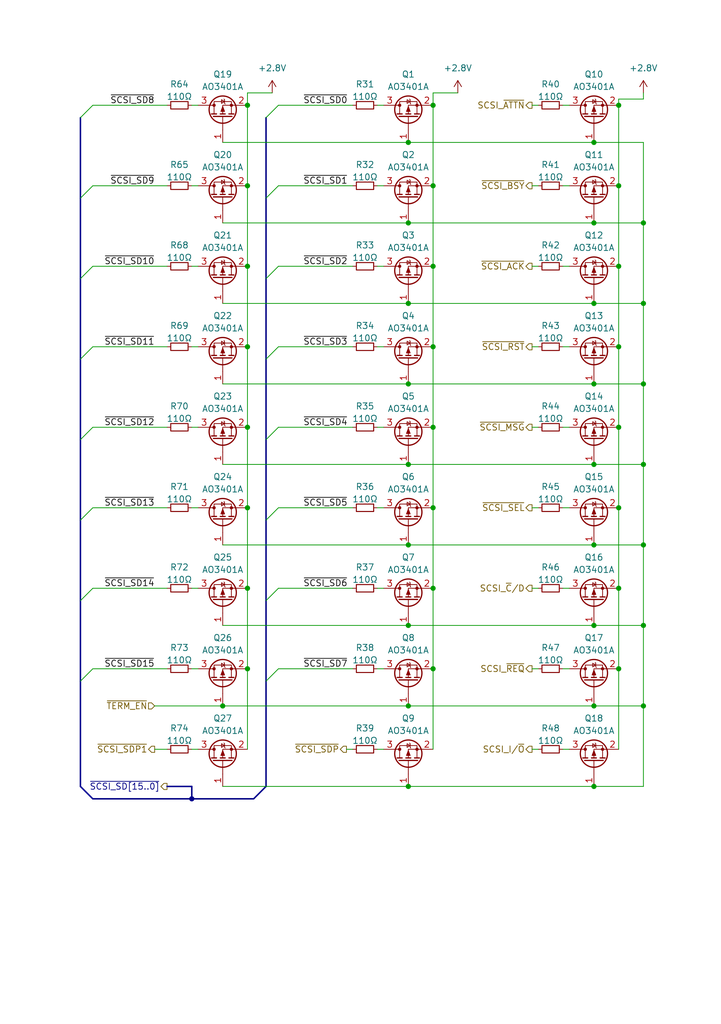
<source format=kicad_sch>
(kicad_sch (version 20250114) (generator "eeschema") (generator_version "9.0")
  (paper "A5" portrait)
  (title_block (title "GBSCSI2 Common Platform - Termination, Narrow") (date "2026-02-01") (rev "2.0") (comment 1 "Drawn by George R. M."))
  (lib_symbols
    (symbol "Device:R_Small" (pin_numbers (hide yes)) (pin_names (offset 0.254) (hide yes))
      (property "Reference" "R" (at 0 0 90))
      (property "Value" "R_Small" (at 1.778 0 90))
      (symbol "R_Small_0_1"
        (rectangle (start -0.762 1.778) (end 0.762 -1.778) (stroke (width 0.2032)))
      )
      (symbol "R_Small_1_1"
        (pin passive line (at 0 2.54 270) (length 0.762) (name "~") (number "1"))
        (pin passive line (at 0 -2.54 90) (length 0.762) (name "~") (number "2"))
      )
    )
    (symbol "Transistor_FET:AO3401A" (pin_names (hide yes))
      (property "Reference" "Q" (at 5.08 1.905 0))
      (property "Value" "AO3401A" (at 5.08 0 0))
      (symbol "AO3401A_0_1"
        (polyline (pts (xy 0.254 1.905) (xy 0.254 -1.905)) (stroke (width 0.254)))
        (polyline (pts (xy 0.254 0) (xy -2.54 0)))
        (polyline (pts (xy 0.762 2.286) (xy 0.762 1.27)) (stroke (width 0.254)))
        (polyline (pts (xy 0.762 1.778) (xy 3.302 1.778) (xy 3.302 -1.778) (xy 0.762 -1.778)))
        (polyline (pts (xy 0.762 0.508) (xy 0.762 -0.508)) (stroke (width 0.254)))
        (polyline (pts (xy 0.762 -1.27) (xy 0.762 -2.286)) (stroke (width 0.254)))
        (circle (center 1.651 0) (radius 2.794) (stroke (width 0.254)))
        (polyline (pts (xy 2.286 0) (xy 1.27 0.381) (xy 1.27 -0.381) (xy 2.286 0)) (fill (type outline)))
        (polyline (pts (xy 2.54 2.54) (xy 2.54 1.778)))
        (circle (center 2.54 1.778) (radius 0.254) (fill (type outline)))
        (circle (center 2.54 -1.778) (radius 0.254) (fill (type outline)))
        (polyline (pts (xy 2.54 -2.54) (xy 2.54 0) (xy 0.762 0)))
        (polyline (pts (xy 2.794 -0.508) (xy 2.921 -0.381) (xy 3.683 -0.381) (xy 3.81 -0.254)))
        (polyline (pts (xy 3.302 -0.381) (xy 2.921 0.254) (xy 3.683 0.254) (xy 3.302 -0.381)))
      )
      (symbol "AO3401A_1_1"
        (pin input line (at -5.08 0 0) (length 2.54) (name "G") (number "1"))
        (pin passive line (at 2.54 5.08 270) (length 2.54) (name "D") (number "3"))
        (pin passive line (at 2.54 -5.08 90) (length 2.54) (name "S") (number "2"))
      )
    )
    (symbol "power:+2V8" (power) (pin_names (offset 0))
      (property "Value" "+2V8" (at 0 3.556 0))
      (symbol "+2V8_0_1"
        (polyline (pts (xy -0.762 1.27) (xy 0 2.54)))
        (polyline (pts (xy 0 2.54) (xy 0.762 1.27)))
        (polyline (pts (xy 0 0) (xy 0 2.54)))
      )
      (symbol "+2V8_1_1"
        (pin power_in line (at 0 0 90) (length 0) (hide yes) (name "+2V8") (number "1"))
      )
    )
  )
  (junction (at 121.92 161.29))
  (junction (at 88.9 104.14))
  (junction (at 50.8 54.61))
  (junction (at 50.8 21.59))
  (junction (at 121.92 62.23))
  (junction (at 39.37 163.83))
  (junction (at 88.9 71.12))
  (junction (at 83.82 45.72))
  (junction (at 132.08 78.74))
  (junction (at 88.9 21.59))
  (junction (at 121.92 144.78))
  (junction (at 121.92 111.76))
  (junction (at 50.8 137.16))
  (junction (at 83.82 95.25))
  (junction (at 83.82 144.78))
  (junction (at 127 21.59))
  (junction (at 50.8 38.1))
  (junction (at 132.08 95.25))
  (junction (at 127 71.12))
  (junction (at 127 38.1))
  (junction (at 50.8 120.65))
  (junction (at 127 87.63))
  (junction (at 132.08 144.78))
  (junction (at 121.92 95.25))
  (junction (at 88.9 120.65))
  (junction (at 45.72 144.78))
  (junction (at 121.92 128.27))
  (junction (at 88.9 38.1))
  (junction (at 50.8 87.63))
  (junction (at 121.92 29.21))
  (junction (at 127 137.16))
  (junction (at 127 104.14))
  (junction (at 88.9 54.61))
  (junction (at 83.82 29.21))
  (junction (at 132.08 62.23))
  (junction (at 127 54.61))
  (junction (at 50.8 71.12))
  (junction (at 83.82 128.27))
  (junction (at 132.08 45.72))
  (junction (at 132.08 128.27))
  (junction (at 83.82 62.23))
  (junction (at 88.9 137.16))
  (junction (at 83.82 78.74))
  (junction (at 121.92 45.72))
  (junction (at 127 120.65))
  (junction (at 88.9 87.63))
  (junction (at 50.8 104.14))
  (junction (at 121.92 78.74))
  (junction (at 83.82 161.29))
  (junction (at 83.82 111.76))
  (junction (at 132.08 111.76))
  (bus_entry (at 19.05 120.65) (size -2.54 2.54))
  (bus_entry (at 19.05 38.1) (size -2.54 2.54))
  (bus_entry (at 19.05 87.63) (size -2.54 2.54))
  (bus_entry (at 57.15 104.14) (size -2.54 2.54))
  (bus_entry (at 57.15 21.59) (size -2.54 2.54))
  (bus_entry (at 19.05 104.14) (size -2.54 2.54))
  (bus_entry (at 57.15 137.16) (size -2.54 2.54))
  (bus_entry (at 19.05 71.12) (size -2.54 2.54))
  (bus_entry (at 19.05 137.16) (size -2.54 2.54))
  (bus_entry (at 57.15 38.1) (size -2.54 2.54))
  (bus_entry (at 19.05 21.59) (size -2.54 2.54))
  (bus_entry (at 57.15 87.63) (size -2.54 2.54))
  (bus_entry (at 57.15 54.61) (size -2.54 2.54))
  (bus_entry (at 57.15 71.12) (size -2.54 2.54))
  (bus_entry (at 57.15 120.65) (size -2.54 2.54))
  (bus_entry (at 19.05 54.61) (size -2.54 2.54))
  (wire (pts (xy 39.37 87.63) (xy 40.64 87.63)))
  (wire (pts (xy 132.08 29.21) (xy 132.08 45.72)))
  (wire (pts (xy 77.47 137.16) (xy 78.74 137.16)))
  (wire (pts (xy 83.82 144.78) (xy 45.72 144.78)))
  (wire (pts (xy 121.92 111.76) (xy 132.08 111.76)))
  (bus (pts (xy 39.37 161.29) (xy 39.37 163.83)))
  (wire (pts (xy 115.57 120.65) (xy 116.84 120.65)))
  (wire (pts (xy 115.57 87.63) (xy 116.84 87.63)))
  (wire (pts (xy 115.57 137.16) (xy 116.84 137.16)))
  (wire (pts (xy 19.05 104.14) (xy 34.29 104.14)))
  (wire (pts (xy 39.37 120.65) (xy 40.64 120.65)))
  (wire (pts (xy 121.92 29.21) (xy 132.08 29.21)))
  (bus (pts (xy 16.51 161.29) (xy 19.05 163.83)))
  (wire (pts (xy 39.37 153.67) (xy 40.64 153.67)))
  (wire (pts (xy 88.9 104.14) (xy 88.9 120.65)))
  (wire (pts (xy 110.49 21.59) (xy 109.22 21.59)))
  (wire (pts (xy 39.37 21.59) (xy 40.64 21.59)))
  (wire (pts (xy 72.39 38.1) (xy 57.15 38.1)))
  (wire (pts (xy 72.39 153.67) (xy 71.12 153.67)))
  (wire (pts (xy 55.88 19.05) (xy 50.8 19.05)))
  (wire (pts (xy 115.57 104.14) (xy 116.84 104.14)))
  (wire (pts (xy 72.39 71.12) (xy 57.15 71.12)))
  (wire (pts (xy 72.39 54.61) (xy 57.15 54.61)))
  (bus (pts (xy 16.51 139.7) (xy 16.51 161.29)))
  (wire (pts (xy 77.47 153.67) (xy 78.74 153.67)))
  (wire (pts (xy 77.47 38.1) (xy 78.74 38.1)))
  (wire (pts (xy 50.8 87.63) (xy 50.8 104.14)))
  (wire (pts (xy 110.49 120.65) (xy 109.22 120.65)))
  (wire (pts (xy 110.49 38.1) (xy 109.22 38.1)))
  (wire (pts (xy 45.72 161.29) (xy 83.82 161.29)))
  (wire (pts (xy 88.9 38.1) (xy 88.9 54.61)))
  (bus (pts (xy 16.51 73.66) (xy 16.51 90.17)))
  (wire (pts (xy 19.05 87.63) (xy 34.29 87.63)))
  (wire (pts (xy 72.39 87.63) (xy 57.15 87.63)))
  (wire (pts (xy 72.39 104.14) (xy 57.15 104.14)))
  (wire (pts (xy 88.9 54.61) (xy 88.9 71.12)))
  (bus (pts (xy 16.51 123.19) (xy 16.51 139.7)))
  (wire (pts (xy 115.57 21.59) (xy 116.84 21.59)))
  (wire (pts (xy 83.82 161.29) (xy 121.92 161.29)))
  (wire (pts (xy 115.57 71.12) (xy 116.84 71.12)))
  (wire (pts (xy 45.72 95.25) (xy 83.82 95.25)))
  (wire (pts (xy 39.37 71.12) (xy 40.64 71.12)))
  (wire (pts (xy 45.72 78.74) (xy 83.82 78.74)))
  (wire (pts (xy 83.82 111.76) (xy 121.92 111.76)))
  (wire (pts (xy 88.9 19.05) (xy 88.9 21.59)))
  (bus (pts (xy 16.51 24.13) (xy 16.51 40.64)))
  (wire (pts (xy 77.47 87.63) (xy 78.74 87.63)))
  (wire (pts (xy 132.08 128.27) (xy 132.08 144.78)))
  (bus (pts (xy 54.61 40.64) (xy 54.61 57.15)))
  (wire (pts (xy 50.8 21.59) (xy 50.8 38.1)))
  (wire (pts (xy 19.05 38.1) (xy 34.29 38.1)))
  (wire (pts (xy 121.92 95.25) (xy 132.08 95.25)))
  (wire (pts (xy 50.8 19.05) (xy 50.8 21.59)))
  (wire (pts (xy 77.47 54.61) (xy 78.74 54.61)))
  (bus (pts (xy 16.51 57.15) (xy 16.51 73.66)))
  (wire (pts (xy 50.8 38.1) (xy 50.8 54.61)))
  (wire (pts (xy 39.37 104.14) (xy 40.64 104.14)))
  (wire (pts (xy 132.08 111.76) (xy 132.08 128.27)))
  (wire (pts (xy 127 71.12) (xy 127 87.63)))
  (bus (pts (xy 16.51 40.64) (xy 16.51 57.15)))
  (wire (pts (xy 132.08 95.25) (xy 132.08 111.76)))
  (bus (pts (xy 54.61 139.7) (xy 54.61 161.29)))
  (wire (pts (xy 88.9 137.16) (xy 88.9 153.67)))
  (wire (pts (xy 19.05 21.59) (xy 34.29 21.59)))
  (wire (pts (xy 121.92 161.29) (xy 132.08 161.29)))
  (wire (pts (xy 115.57 54.61) (xy 116.84 54.61)))
  (wire (pts (xy 83.82 128.27) (xy 121.92 128.27)))
  (wire (pts (xy 132.08 62.23) (xy 132.08 78.74)))
  (wire (pts (xy 72.39 120.65) (xy 57.15 120.65)))
  (bus (pts (xy 54.61 123.19) (xy 54.61 139.7)))
  (wire (pts (xy 93.98 19.05) (xy 88.9 19.05)))
  (wire (pts (xy 83.82 29.21) (xy 121.92 29.21)))
  (wire (pts (xy 83.82 95.25) (xy 121.92 95.25)))
  (bus (pts (xy 34.29 161.29) (xy 39.37 161.29)))
  (wire (pts (xy 19.05 71.12) (xy 34.29 71.12)))
  (bus (pts (xy 16.51 90.17) (xy 16.51 106.68)))
  (wire (pts (xy 132.08 45.72) (xy 132.08 62.23)))
  (wire (pts (xy 127 20.32) (xy 127 21.59)))
  (wire (pts (xy 72.39 137.16) (xy 57.15 137.16)))
  (wire (pts (xy 127 38.1) (xy 127 54.61)))
  (wire (pts (xy 132.08 20.32) (xy 127 20.32)))
  (bus (pts (xy 16.51 106.68) (xy 16.51 123.19)))
  (wire (pts (xy 121.92 128.27) (xy 132.08 128.27)))
  (wire (pts (xy 115.57 38.1) (xy 116.84 38.1)))
  (wire (pts (xy 127 87.63) (xy 127 104.14)))
  (wire (pts (xy 121.92 78.74) (xy 132.08 78.74)))
  (wire (pts (xy 127 54.61) (xy 127 71.12)))
  (wire (pts (xy 77.47 71.12) (xy 78.74 71.12)))
  (bus (pts (xy 54.61 73.66) (xy 54.61 90.17)))
  (wire (pts (xy 72.39 21.59) (xy 57.15 21.59)))
  (wire (pts (xy 132.08 19.05) (xy 132.08 20.32)))
  (wire (pts (xy 127 21.59) (xy 127 38.1)))
  (wire (pts (xy 45.72 128.27) (xy 83.82 128.27)))
  (wire (pts (xy 19.05 120.65) (xy 34.29 120.65)))
  (wire (pts (xy 132.08 78.74) (xy 132.08 95.25)))
  (wire (pts (xy 77.47 120.65) (xy 78.74 120.65)))
  (wire (pts (xy 110.49 104.14) (xy 109.22 104.14)))
  (wire (pts (xy 88.9 21.59) (xy 88.9 38.1)))
  (wire (pts (xy 50.8 54.61) (xy 50.8 71.12)))
  (wire (pts (xy 45.72 62.23) (xy 83.82 62.23)))
  (bus (pts (xy 54.61 57.15) (xy 54.61 73.66)))
  (wire (pts (xy 39.37 137.16) (xy 40.64 137.16)))
  (wire (pts (xy 39.37 54.61) (xy 40.64 54.61)))
  (wire (pts (xy 31.75 153.67) (xy 34.29 153.67)))
  (wire (pts (xy 19.05 137.16) (xy 34.29 137.16)))
  (wire (pts (xy 110.49 153.67) (xy 109.22 153.67)))
  (wire (pts (xy 110.49 71.12) (xy 109.22 71.12)))
  (wire (pts (xy 45.72 144.78) (xy 31.75 144.78)))
  (wire (pts (xy 45.72 111.76) (xy 83.82 111.76)))
  (wire (pts (xy 83.82 45.72) (xy 121.92 45.72)))
  (wire (pts (xy 127 120.65) (xy 127 137.16)))
  (bus (pts (xy 39.37 163.83) (xy 52.07 163.83)))
  (wire (pts (xy 121.92 144.78) (xy 83.82 144.78)))
  (wire (pts (xy 45.72 29.21) (xy 83.82 29.21)))
  (bus (pts (xy 54.61 106.68) (xy 54.61 123.19)))
  (wire (pts (xy 121.92 62.23) (xy 132.08 62.23)))
  (bus (pts (xy 54.61 161.29) (xy 52.07 163.83)))
  (wire (pts (xy 39.37 38.1) (xy 40.64 38.1)))
  (wire (pts (xy 45.72 45.72) (xy 83.82 45.72)))
  (wire (pts (xy 50.8 71.12) (xy 50.8 87.63)))
  (wire (pts (xy 121.92 45.72) (xy 132.08 45.72)))
  (bus (pts (xy 19.05 163.83) (xy 39.37 163.83)))
  (wire (pts (xy 88.9 71.12) (xy 88.9 87.63)))
  (wire (pts (xy 132.08 144.78) (xy 132.08 161.29)))
  (wire (pts (xy 83.82 62.23) (xy 121.92 62.23)))
  (wire (pts (xy 127 137.16) (xy 127 153.67)))
  (wire (pts (xy 83.82 78.74) (xy 121.92 78.74)))
  (wire (pts (xy 88.9 87.63) (xy 88.9 104.14)))
  (wire (pts (xy 115.57 153.67) (xy 116.84 153.67)))
  (bus (pts (xy 54.61 90.17) (xy 54.61 106.68)))
  (wire (pts (xy 50.8 104.14) (xy 50.8 120.65)))
  (wire (pts (xy 50.8 137.16) (xy 50.8 153.67)))
  (wire (pts (xy 77.47 21.59) (xy 78.74 21.59)))
  (wire (pts (xy 19.05 54.61) (xy 34.29 54.61)))
  (wire (pts (xy 127 104.14) (xy 127 120.65)))
  (wire (pts (xy 110.49 87.63) (xy 109.22 87.63)))
  (wire (pts (xy 50.8 120.65) (xy 50.8 137.16)))
  (wire (pts (xy 121.92 144.78) (xy 132.08 144.78)))
  (wire (pts (xy 77.47 104.14) (xy 78.74 104.14)))
  (bus (pts (xy 54.61 24.13) (xy 54.61 40.64)))
  (wire (pts (xy 88.9 120.65) (xy 88.9 137.16)))
  (wire (pts (xy 110.49 137.16) (xy 109.22 137.16)))
  (wire (pts (xy 110.49 54.61) (xy 109.22 54.61)))
  (label "~{SCSI_SD0}" (at 62.23 21.59 0))
  (label "~{SCSI_SD12}" (at 31.75 87.63 180))
  (label "~{SCSI_SD6}" (at 62.23 120.65 0))
  (label "~{SCSI_SD7}" (at 62.23 137.16 0))
  (label "~{SCSI_SD4}" (at 62.23 87.63 0))
  (label "~{SCSI_SD14}" (at 31.75 120.65 180))
  (label "~{SCSI_SD10}" (at 31.75 54.61 180))
  (label "~{SCSI_SD2}" (at 62.23 54.61 0))
  (label "~{SCSI_SD11}" (at 31.75 71.12 180))
  (label "~{SCSI_SD9}" (at 31.75 38.1 180))
  (label "~{SCSI_SD13}" (at 31.75 104.14 180))
  (label "~{SCSI_SD15}" (at 31.75 137.16 180))
  (label "~{SCSI_SD5}" (at 62.23 104.14 0))
  (label "~{SCSI_SD1}" (at 62.23 38.1 0))
  (label "~{SCSI_SD3}" (at 62.23 71.12 0))
  (label "~{SCSI_SD8}" (at 31.75 21.59 180))
  (hierarchical_label "SCSI_~{C}{slash}D" (shape output) (at 109.22 120.65 180))
  (hierarchical_label "~{SCSI_SD[15..0]}" (shape output) (at 34.29 161.29 180))
  (hierarchical_label "~{SCSI_SEL}" (shape output) (at 109.22 104.14 180))
  (hierarchical_label "SCSI_~{ATTN}" (shape output) (at 109.22 21.59 180))
  (hierarchical_label "SCSI_I{slash}~{O}" (shape output) (at 109.22 153.67 180))
  (hierarchical_label "~{SCSI_RST}" (shape output) (at 109.22 71.12 180))
  (hierarchical_label "~{SCSI_MSG}" (shape output) (at 109.22 87.63 180))
  (hierarchical_label "~{SCSI_SDP1}" (shape output) (at 31.75 153.67 180))
  (hierarchical_label "SCSI_~{REQ}" (shape output) (at 109.22 137.16 180))
  (hierarchical_label "~{SCSI_ACK}" (shape output) (at 109.22 54.61 180))
  (hierarchical_label "~{SCSI_BSY}" (shape output) (at 109.22 38.1 180))
  (hierarchical_label "~{TERM_EN}" (shape input) (at 31.75 144.78 180))
  (hierarchical_label "~{SCSI_SDP}" (shape output) (at 71.12 153.67 180))
  (symbol (lib_id "Device:R_Small") (at 74.93 153.67 90) (unit 1)
    (property "Reference" "R39" (at 74.93 149.352 90))
    (property "Value" "110Ω" (at 74.93 151.892 90))
    (property "Footprint" "Resistor_SMD:R_0603_1608Metric" (effects (hide yes)))
    (property "LCSC" "C22781" (effects (hide yes)))
    (property "LCSC Part #" "C22781" (effects (hide yes)))
  )
  (symbol (lib_id "Transistor_FET:AO3401A") (at 121.92 24.13 90) (unit 1)
    (property "Reference" "Q10" (at 121.92 15.24 90))
    (property "Value" "AO3401A" (at 121.92 17.78 90))
    (property "Footprint" "Package_TO_SOT_SMD:SOT-23" (effects (hide yes)))
    (property "Datasheet" "http://www.aosmd.com/pdfs/datasheet/AO3401A.pdf" (effects (hide yes)))
    (property "LCSC" "C15127" (effects (hide yes)))
    (property "LCSC Part #" "C15127" (effects (hide yes)))
  )
  (symbol (lib_id "Device:R_Small") (at 36.83 87.63 90) (unit 1)
    (property "Reference" "R70" (at 36.83 83.312 90))
    (property "Value" "110Ω" (at 36.83 85.852 90))
    (property "Footprint" "Resistor_SMD:R_0603_1608Metric" (effects (hide yes)))
    (property "LCSC" "C22781" (effects (hide yes)))
    (property "LCSC Part #" "C22781" (effects (hide yes)))
  )
  (symbol (lib_id "Transistor_FET:AO3401A") (at 45.72 106.68 90) (unit 1)
    (property "Reference" "Q24" (at 45.72 97.79 90))
    (property "Value" "AO3401A" (at 45.72 100.33 90))
    (property "Footprint" "Package_TO_SOT_SMD:SOT-23" (effects (hide yes)))
    (property "Datasheet" "http://www.aosmd.com/pdfs/datasheet/AO3401A.pdf" (effects (hide yes)))
    (property "LCSC" "C15127" (effects (hide yes)))
    (property "LCSC Part #" "C15127" (effects (hide yes)))
  )
  (symbol (lib_id "Device:R_Small") (at 74.93 87.63 90) (unit 1)
    (property "Reference" "R35" (at 74.93 83.312 90))
    (property "Value" "110Ω" (at 74.93 85.852 90))
    (property "Footprint" "Resistor_SMD:R_0603_1608Metric" (effects (hide yes)))
    (property "LCSC" "C22781" (effects (hide yes)))
    (property "LCSC Part #" "C22781" (effects (hide yes)))
  )
  (symbol (lib_id "Device:R_Small") (at 36.83 54.61 90) (unit 1)
    (property "Reference" "R68" (at 36.83 50.292 90))
    (property "Value" "110Ω" (at 36.83 52.832 90))
    (property "Footprint" "Resistor_SMD:R_0603_1608Metric" (effects (hide yes)))
    (property "LCSC" "C22781" (effects (hide yes)))
    (property "LCSC Part #" "C22781" (effects (hide yes)))
  )
  (symbol (lib_id "Transistor_FET:AO3401A") (at 121.92 123.19 90) (unit 1)
    (property "Reference" "Q16" (at 121.92 114.3 90))
    (property "Value" "AO3401A" (at 121.92 116.84 90))
    (property "Footprint" "Package_TO_SOT_SMD:SOT-23" (effects (hide yes)))
    (property "Datasheet" "http://www.aosmd.com/pdfs/datasheet/AO3401A.pdf" (effects (hide yes)))
    (property "LCSC" "C15127" (effects (hide yes)))
    (property "LCSC Part #" "C15127" (effects (hide yes)))
  )
  (symbol (lib_id "Transistor_FET:AO3401A") (at 83.82 106.68 90) (unit 1)
    (property "Reference" "Q6" (at 83.82 97.79 90))
    (property "Value" "AO3401A" (at 83.82 100.33 90))
    (property "Footprint" "Package_TO_SOT_SMD:SOT-23" (effects (hide yes)))
    (property "Datasheet" "http://www.aosmd.com/pdfs/datasheet/AO3401A.pdf" (effects (hide yes)))
    (property "LCSC" "C15127" (effects (hide yes)))
    (property "LCSC Part #" "C15127" (effects (hide yes)))
  )
  (symbol (lib_id "power:+2V8") (at 93.98 19.05 0) (unit 1)
    (property "Reference" "#PWR071" (effects (hide yes)))
    (property "Value" "+2.8V" (at 93.98 13.97 0))
  )
  (symbol (lib_id "Transistor_FET:AO3401A") (at 121.92 57.15 90) (unit 1)
    (property "Reference" "Q12" (at 121.92 48.26 90))
    (property "Value" "AO3401A" (at 121.92 50.8 90))
    (property "Footprint" "Package_TO_SOT_SMD:SOT-23" (effects (hide yes)))
    (property "Datasheet" "http://www.aosmd.com/pdfs/datasheet/AO3401A.pdf" (effects (hide yes)))
    (property "LCSC" "C15127" (effects (hide yes)))
    (property "LCSC Part #" "C15127" (effects (hide yes)))
  )
  (symbol (lib_id "Transistor_FET:AO3401A") (at 45.72 90.17 90) (unit 1)
    (property "Reference" "Q23" (at 45.72 81.28 90))
    (property "Value" "AO3401A" (at 45.72 83.82 90))
    (property "Footprint" "Package_TO_SOT_SMD:SOT-23" (effects (hide yes)))
    (property "Datasheet" "http://www.aosmd.com/pdfs/datasheet/AO3401A.pdf" (effects (hide yes)))
    (property "LCSC" "C15127" (effects (hide yes)))
    (property "LCSC Part #" "C15127" (effects (hide yes)))
  )
  (symbol (lib_id "Transistor_FET:AO3401A") (at 45.72 40.64 90) (unit 1)
    (property "Reference" "Q20" (at 45.72 31.75 90))
    (property "Value" "AO3401A" (at 45.72 34.29 90))
    (property "Footprint" "Package_TO_SOT_SMD:SOT-23" (effects (hide yes)))
    (property "Datasheet" "http://www.aosmd.com/pdfs/datasheet/AO3401A.pdf" (effects (hide yes)))
    (property "LCSC" "C15127" (effects (hide yes)))
    (property "LCSC Part #" "C15127" (effects (hide yes)))
  )
  (symbol (lib_id "Device:R_Small") (at 113.03 153.67 90) (unit 1)
    (property "Reference" "R48" (at 113.03 149.352 90))
    (property "Value" "110Ω" (at 113.03 151.892 90))
    (property "Footprint" "Resistor_SMD:R_0603_1608Metric" (effects (hide yes)))
    (property "LCSC" "C22781" (effects (hide yes)))
    (property "LCSC Part #" "C22781" (effects (hide yes)))
  )
  (symbol (lib_id "Device:R_Small") (at 113.03 104.14 90) (unit 1)
    (property "Reference" "R45" (at 113.03 99.822 90))
    (property "Value" "110Ω" (at 113.03 102.362 90))
    (property "Footprint" "Resistor_SMD:R_0603_1608Metric" (effects (hide yes)))
    (property "LCSC" "C22781" (effects (hide yes)))
    (property "LCSC Part #" "C22781" (effects (hide yes)))
  )
  (symbol (lib_id "Device:R_Small") (at 74.93 38.1 90) (unit 1)
    (property "Reference" "R32" (at 74.93 33.782 90))
    (property "Value" "110Ω" (at 74.93 36.322 90))
    (property "Footprint" "Resistor_SMD:R_0603_1608Metric" (effects (hide yes)))
    (property "LCSC" "C22781" (effects (hide yes)))
    (property "LCSC Part #" "C22781" (effects (hide yes)))
  )
  (symbol (lib_id "Device:R_Small") (at 113.03 71.12 90) (unit 1)
    (property "Reference" "R43" (at 113.03 66.802 90))
    (property "Value" "110Ω" (at 113.03 69.342 90))
    (property "Footprint" "Resistor_SMD:R_0603_1608Metric" (effects (hide yes)))
    (property "LCSC" "C22781" (effects (hide yes)))
    (property "LCSC Part #" "C22781" (effects (hide yes)))
  )
  (symbol (lib_id "Device:R_Small") (at 36.83 38.1 90) (unit 1)
    (property "Reference" "R65" (at 36.83 33.782 90))
    (property "Value" "110Ω" (at 36.83 36.322 90))
    (property "Footprint" "Resistor_SMD:R_0603_1608Metric" (effects (hide yes)))
    (property "LCSC" "C22781" (effects (hide yes)))
    (property "LCSC Part #" "C22781" (effects (hide yes)))
  )
  (symbol (lib_id "Transistor_FET:AO3401A") (at 45.72 24.13 90) (unit 1)
    (property "Reference" "Q19" (at 45.72 15.24 90))
    (property "Value" "AO3401A" (at 45.72 17.78 90))
    (property "Footprint" "Package_TO_SOT_SMD:SOT-23" (effects (hide yes)))
    (property "Datasheet" "http://www.aosmd.com/pdfs/datasheet/AO3401A.pdf" (effects (hide yes)))
    (property "LCSC" "C15127" (effects (hide yes)))
    (property "LCSC Part #" "C15127" (effects (hide yes)))
  )
  (symbol (lib_id "Transistor_FET:AO3401A") (at 121.92 90.17 90) (unit 1)
    (property "Reference" "Q14" (at 121.92 81.28 90))
    (property "Value" "AO3401A" (at 121.92 83.82 90))
    (property "Footprint" "Package_TO_SOT_SMD:SOT-23" (effects (hide yes)))
    (property "Datasheet" "http://www.aosmd.com/pdfs/datasheet/AO3401A.pdf" (effects (hide yes)))
    (property "LCSC" "C15127" (effects (hide yes)))
    (property "LCSC Part #" "C15127" (effects (hide yes)))
  )
  (symbol (lib_id "Device:R_Small") (at 36.83 137.16 90) (unit 1)
    (property "Reference" "R73" (at 36.83 132.842 90))
    (property "Value" "110Ω" (at 36.83 135.382 90))
    (property "Footprint" "Resistor_SMD:R_0603_1608Metric" (effects (hide yes)))
    (property "LCSC" "C22781" (effects (hide yes)))
    (property "LCSC Part #" "C22781" (effects (hide yes)))
  )
  (symbol (lib_id "Transistor_FET:AO3401A") (at 83.82 57.15 90) (unit 1)
    (property "Reference" "Q3" (at 83.82 48.26 90))
    (property "Value" "AO3401A" (at 83.82 50.8 90))
    (property "Footprint" "Package_TO_SOT_SMD:SOT-23" (effects (hide yes)))
    (property "Datasheet" "http://www.aosmd.com/pdfs/datasheet/AO3401A.pdf" (effects (hide yes)))
    (property "LCSC" "C15127" (effects (hide yes)))
    (property "LCSC Part #" "C15127" (effects (hide yes)))
  )
  (symbol (lib_id "Device:R_Small") (at 74.93 120.65 90) (unit 1)
    (property "Reference" "R37" (at 74.93 116.332 90))
    (property "Value" "110Ω" (at 74.93 118.872 90))
    (property "Footprint" "Resistor_SMD:R_0603_1608Metric" (effects (hide yes)))
    (property "LCSC" "C22781" (effects (hide yes)))
    (property "LCSC Part #" "C22781" (effects (hide yes)))
  )
  (symbol (lib_id "Device:R_Small") (at 74.93 54.61 90) (unit 1)
    (property "Reference" "R33" (at 74.93 50.292 90))
    (property "Value" "110Ω" (at 74.93 52.832 90))
    (property "Footprint" "Resistor_SMD:R_0603_1608Metric" (effects (hide yes)))
    (property "LCSC" "C22781" (effects (hide yes)))
    (property "LCSC Part #" "C22781" (effects (hide yes)))
  )
  (symbol (lib_id "power:+2V8") (at 132.08 19.05 0) (unit 1)
    (property "Reference" "#PWR072" (effects (hide yes)))
    (property "Value" "+2.8V" (at 132.08 13.97 0))
  )
  (symbol (lib_id "Transistor_FET:AO3401A") (at 121.92 156.21 90) (unit 1)
    (property "Reference" "Q18" (at 121.92 147.32 90))
    (property "Value" "AO3401A" (at 121.92 149.86 90))
    (property "Footprint" "Package_TO_SOT_SMD:SOT-23" (effects (hide yes)))
    (property "Datasheet" "http://www.aosmd.com/pdfs/datasheet/AO3401A.pdf" (effects (hide yes)))
    (property "LCSC" "C15127" (effects (hide yes)))
    (property "LCSC Part #" "C15127" (effects (hide yes)))
  )
  (symbol (lib_id "Device:R_Small") (at 74.93 71.12 90) (unit 1)
    (property "Reference" "R34" (at 74.93 66.802 90))
    (property "Value" "110Ω" (at 74.93 69.342 90))
    (property "Footprint" "Resistor_SMD:R_0603_1608Metric" (effects (hide yes)))
    (property "LCSC" "C22781" (effects (hide yes)))
    (property "LCSC Part #" "C22781" (effects (hide yes)))
  )
  (symbol (lib_id "Transistor_FET:AO3401A") (at 83.82 90.17 90) (unit 1)
    (property "Reference" "Q5" (at 83.82 81.28 90))
    (property "Value" "AO3401A" (at 83.82 83.82 90))
    (property "Footprint" "Package_TO_SOT_SMD:SOT-23" (effects (hide yes)))
    (property "Datasheet" "http://www.aosmd.com/pdfs/datasheet/AO3401A.pdf" (effects (hide yes)))
    (property "LCSC" "C15127" (effects (hide yes)))
    (property "LCSC Part #" "C15127" (effects (hide yes)))
  )
  (symbol (lib_id "Transistor_FET:AO3401A") (at 45.72 73.66 90) (unit 1)
    (property "Reference" "Q22" (at 45.72 64.77 90))
    (property "Value" "AO3401A" (at 45.72 67.31 90))
    (property "Footprint" "Package_TO_SOT_SMD:SOT-23" (effects (hide yes)))
    (property "Datasheet" "http://www.aosmd.com/pdfs/datasheet/AO3401A.pdf" (effects (hide yes)))
    (property "LCSC" "C15127" (effects (hide yes)))
    (property "LCSC Part #" "C15127" (effects (hide yes)))
  )
  (symbol (lib_id "Transistor_FET:AO3401A") (at 45.72 123.19 90) (unit 1)
    (property "Reference" "Q25" (at 45.72 114.3 90))
    (property "Value" "AO3401A" (at 45.72 116.84 90))
    (property "Footprint" "Package_TO_SOT_SMD:SOT-23" (effects (hide yes)))
    (property "Datasheet" "http://www.aosmd.com/pdfs/datasheet/AO3401A.pdf" (effects (hide yes)))
    (property "LCSC" "C15127" (effects (hide yes)))
    (property "LCSC Part #" "C15127" (effects (hide yes)))
  )
  (symbol (lib_id "Transistor_FET:AO3401A") (at 121.92 139.7 90) (unit 1)
    (property "Reference" "Q17" (at 121.92 130.81 90))
    (property "Value" "AO3401A" (at 121.92 133.35 90))
    (property "Footprint" "Package_TO_SOT_SMD:SOT-23" (effects (hide yes)))
    (property "Datasheet" "http://www.aosmd.com/pdfs/datasheet/AO3401A.pdf" (effects (hide yes)))
    (property "LCSC" "C15127" (effects (hide yes)))
    (property "LCSC Part #" "C15127" (effects (hide yes)))
  )
  (symbol (lib_id "Transistor_FET:AO3401A") (at 83.82 73.66 90) (unit 1)
    (property "Reference" "Q4" (at 83.82 64.77 90))
    (property "Value" "AO3401A" (at 83.82 67.31 90))
    (property "Footprint" "Package_TO_SOT_SMD:SOT-23" (effects (hide yes)))
    (property "Datasheet" "http://www.aosmd.com/pdfs/datasheet/AO3401A.pdf" (effects (hide yes)))
    (property "LCSC" "C15127" (effects (hide yes)))
    (property "LCSC Part #" "C15127" (effects (hide yes)))
  )
  (symbol (lib_id "power:+2V8") (at 55.88 19.05 0) (unit 1)
    (property "Reference" "#PWR0121" (effects (hide yes)))
    (property "Value" "+2.8V" (at 55.88 13.97 0))
  )
  (symbol (lib_id "Transistor_FET:AO3401A") (at 45.72 156.21 90) (unit 1)
    (property "Reference" "Q27" (at 45.72 147.32 90))
    (property "Value" "AO3401A" (at 45.72 149.86 90))
    (property "Footprint" "Package_TO_SOT_SMD:SOT-23" (effects (hide yes)))
    (property "Datasheet" "http://www.aosmd.com/pdfs/datasheet/AO3401A.pdf" (effects (hide yes)))
    (property "LCSC" "C15127" (effects (hide yes)))
    (property "LCSC Part #" "C15127" (effects (hide yes)))
  )
  (symbol (lib_id "Device:R_Small") (at 113.03 87.63 90) (unit 1)
    (property "Reference" "R44" (at 113.03 83.312 90))
    (property "Value" "110Ω" (at 113.03 85.852 90))
    (property "Footprint" "Resistor_SMD:R_0603_1608Metric" (effects (hide yes)))
    (property "LCSC" "C22781" (effects (hide yes)))
    (property "LCSC Part #" "C22781" (effects (hide yes)))
  )
  (symbol (lib_id "Device:R_Small") (at 113.03 137.16 90) (unit 1)
    (property "Reference" "R47" (at 113.03 132.842 90))
    (property "Value" "110Ω" (at 113.03 135.382 90))
    (property "Footprint" "Resistor_SMD:R_0603_1608Metric" (effects (hide yes)))
    (property "LCSC" "C22781" (effects (hide yes)))
    (property "LCSC Part #" "C22781" (effects (hide yes)))
  )
  (symbol (lib_id "Transistor_FET:AO3401A") (at 45.72 57.15 90) (unit 1)
    (property "Reference" "Q21" (at 45.72 48.26 90))
    (property "Value" "AO3401A" (at 45.72 50.8 90))
    (property "Footprint" "Package_TO_SOT_SMD:SOT-23" (effects (hide yes)))
    (property "Datasheet" "http://www.aosmd.com/pdfs/datasheet/AO3401A.pdf" (effects (hide yes)))
    (property "LCSC" "C15127" (effects (hide yes)))
    (property "LCSC Part #" "C15127" (effects (hide yes)))
  )
  (symbol (lib_id "Device:R_Small") (at 36.83 21.59 90) (unit 1)
    (property "Reference" "R64" (at 36.83 17.272 90))
    (property "Value" "110Ω" (at 36.83 19.812 90))
    (property "Footprint" "Resistor_SMD:R_0603_1608Metric" (effects (hide yes)))
    (property "LCSC" "C22781" (effects (hide yes)))
    (property "LCSC Part #" "C22781" (effects (hide yes)))
  )
  (symbol (lib_id "Device:R_Small") (at 113.03 21.59 90) (unit 1)
    (property "Reference" "R40" (at 113.03 17.272 90))
    (property "Value" "110Ω" (at 113.03 19.812 90))
    (property "Footprint" "Resistor_SMD:R_0603_1608Metric" (effects (hide yes)))
    (property "LCSC" "C22781" (effects (hide yes)))
    (property "LCSC Part #" "C22781" (effects (hide yes)))
  )
  (symbol (lib_id "Device:R_Small") (at 74.93 137.16 90) (unit 1)
    (property "Reference" "R38" (at 74.93 132.842 90))
    (property "Value" "110Ω" (at 74.93 135.382 90))
    (property "Footprint" "Resistor_SMD:R_0603_1608Metric" (effects (hide yes)))
    (property "LCSC" "C22781" (effects (hide yes)))
    (property "LCSC Part #" "C22781" (effects (hide yes)))
  )
  (symbol (lib_id "Device:R_Small") (at 36.83 71.12 90) (unit 1)
    (property "Reference" "R69" (at 36.83 66.802 90))
    (property "Value" "110Ω" (at 36.83 69.342 90))
    (property "Footprint" "Resistor_SMD:R_0603_1608Metric" (effects (hide yes)))
    (property "LCSC" "C22781" (effects (hide yes)))
    (property "LCSC Part #" "C22781" (effects (hide yes)))
  )
  (symbol (lib_id "Transistor_FET:AO3401A") (at 45.72 139.7 90) (unit 1)
    (property "Reference" "Q26" (at 45.72 130.81 90))
    (property "Value" "AO3401A" (at 45.72 133.35 90))
    (property "Footprint" "Package_TO_SOT_SMD:SOT-23" (effects (hide yes)))
    (property "Datasheet" "http://www.aosmd.com/pdfs/datasheet/AO3401A.pdf" (effects (hide yes)))
    (property "LCSC" "C15127" (effects (hide yes)))
    (property "LCSC Part #" "C15127" (effects (hide yes)))
  )
  (symbol (lib_id "Transistor_FET:AO3401A") (at 83.82 139.7 90) (unit 1)
    (property "Reference" "Q8" (at 83.82 130.81 90))
    (property "Value" "AO3401A" (at 83.82 133.35 90))
    (property "Footprint" "Package_TO_SOT_SMD:SOT-23" (effects (hide yes)))
    (property "Datasheet" "http://www.aosmd.com/pdfs/datasheet/AO3401A.pdf" (effects (hide yes)))
    (property "LCSC" "C15127" (effects (hide yes)))
    (property "LCSC Part #" "C15127" (effects (hide yes)))
  )
  (symbol (lib_id "Device:R_Small") (at 36.83 120.65 90) (unit 1)
    (property "Reference" "R72" (at 36.83 116.332 90))
    (property "Value" "110Ω" (at 36.83 118.872 90))
    (property "Footprint" "Resistor_SMD:R_0603_1608Metric" (effects (hide yes)))
    (property "LCSC" "C22781" (effects (hide yes)))
    (property "LCSC Part #" "C22781" (effects (hide yes)))
  )
  (symbol (lib_id "Device:R_Small") (at 36.83 153.67 90) (unit 1)
    (property "Reference" "R74" (at 36.83 149.352 90))
    (property "Value" "110Ω" (at 36.83 151.892 90))
    (property "Footprint" "Resistor_SMD:R_0603_1608Metric" (effects (hide yes)))
    (property "LCSC" "C22781" (effects (hide yes)))
    (property "LCSC Part #" "C22781" (effects (hide yes)))
  )
  (symbol (lib_id "Transistor_FET:AO3401A") (at 121.92 106.68 90) (unit 1)
    (property "Reference" "Q15" (at 121.92 97.79 90))
    (property "Value" "AO3401A" (at 121.92 100.33 90))
    (property "Footprint" "Package_TO_SOT_SMD:SOT-23" (effects (hide yes)))
    (property "Datasheet" "http://www.aosmd.com/pdfs/datasheet/AO3401A.pdf" (effects (hide yes)))
    (property "LCSC" "C15127" (effects (hide yes)))
    (property "LCSC Part #" "C15127" (effects (hide yes)))
  )
  (symbol (lib_id "Device:R_Small") (at 74.93 104.14 90) (unit 1)
    (property "Reference" "R36" (at 74.93 99.822 90))
    (property "Value" "110Ω" (at 74.93 102.362 90))
    (property "Footprint" "Resistor_SMD:R_0603_1608Metric" (effects (hide yes)))
    (property "LCSC" "C22781" (effects (hide yes)))
    (property "LCSC Part #" "C22781" (effects (hide yes)))
  )
  (symbol (lib_id "Transistor_FET:AO3401A") (at 83.82 156.21 90) (unit 1)
    (property "Reference" "Q9" (at 83.82 147.32 90))
    (property "Value" "AO3401A" (at 83.82 149.86 90))
    (property "Footprint" "Package_TO_SOT_SMD:SOT-23" (effects (hide yes)))
    (property "Datasheet" "http://www.aosmd.com/pdfs/datasheet/AO3401A.pdf" (effects (hide yes)))
    (property "LCSC" "C15127" (effects (hide yes)))
    (property "LCSC Part #" "C15127" (effects (hide yes)))
  )
  (symbol (lib_id "Device:R_Small") (at 74.93 21.59 90) (unit 1)
    (property "Reference" "R31" (at 74.93 17.272 90))
    (property "Value" "110Ω" (at 74.93 19.812 90))
    (property "Footprint" "Resistor_SMD:R_0603_1608Metric" (effects (hide yes)))
    (property "LCSC" "C22781" (effects (hide yes)))
    (property "LCSC Part #" "C22781" (effects (hide yes)))
  )
  (symbol (lib_id "Device:R_Small") (at 36.83 104.14 90) (unit 1)
    (property "Reference" "R71" (at 36.83 99.822 90))
    (property "Value" "110Ω" (at 36.83 102.362 90))
    (property "Footprint" "Resistor_SMD:R_0603_1608Metric" (effects (hide yes)))
    (property "LCSC" "C22781" (effects (hide yes)))
    (property "LCSC Part #" "C22781" (effects (hide yes)))
  )
  (symbol (lib_id "Transistor_FET:AO3401A") (at 83.82 123.19 90) (unit 1)
    (property "Reference" "Q7" (at 83.82 114.3 90))
    (property "Value" "AO3401A" (at 83.82 116.84 90))
    (property "Footprint" "Package_TO_SOT_SMD:SOT-23" (effects (hide yes)))
    (property "Datasheet" "http://www.aosmd.com/pdfs/datasheet/AO3401A.pdf" (effects (hide yes)))
    (property "LCSC" "C15127" (effects (hide yes)))
    (property "LCSC Part #" "C15127" (effects (hide yes)))
  )
  (symbol (lib_id "Device:R_Small") (at 113.03 38.1 90) (unit 1)
    (property "Reference" "R41" (at 113.03 33.782 90))
    (property "Value" "110Ω" (at 113.03 36.322 90))
    (property "Footprint" "Resistor_SMD:R_0603_1608Metric" (effects (hide yes)))
    (property "LCSC" "C22781" (effects (hide yes)))
    (property "LCSC Part #" "C22781" (effects (hide yes)))
  )
  (symbol (lib_id "Device:R_Small") (at 113.03 54.61 90) (unit 1)
    (property "Reference" "R42" (at 113.03 50.292 90))
    (property "Value" "110Ω" (at 113.03 52.832 90))
    (property "Footprint" "Resistor_SMD:R_0603_1608Metric" (effects (hide yes)))
    (property "LCSC" "C22781" (effects (hide yes)))
    (property "LCSC Part #" "C22781" (effects (hide yes)))
  )
  (symbol (lib_id "Transistor_FET:AO3401A") (at 83.82 40.64 90) (unit 1)
    (property "Reference" "Q2" (at 83.82 31.75 90))
    (property "Value" "AO3401A" (at 83.82 34.29 90))
    (property "Footprint" "Package_TO_SOT_SMD:SOT-23" (effects (hide yes)))
    (property "Datasheet" "http://www.aosmd.com/pdfs/datasheet/AO3401A.pdf" (effects (hide yes)))
    (property "LCSC" "C15127" (effects (hide yes)))
    (property "LCSC Part #" "C15127" (effects (hide yes)))
  )
  (symbol (lib_id "Transistor_FET:AO3401A") (at 83.82 24.13 90) (unit 1)
    (property "Reference" "Q1" (at 83.82 15.24 90))
    (property "Value" "AO3401A" (at 83.82 17.78 90))
    (property "Footprint" "Package_TO_SOT_SMD:SOT-23" (effects (hide yes)))
    (property "Datasheet" "http://www.aosmd.com/pdfs/datasheet/AO3401A.pdf" (effects (hide yes)))
    (property "LCSC" "C15127" (effects (hide yes)))
    (property "LCSC Part #" "C15127" (effects (hide yes)))
  )
  (symbol (lib_id "Transistor_FET:AO3401A") (at 121.92 73.66 90) (unit 1)
    (property "Reference" "Q13" (at 121.92 64.77 90))
    (property "Value" "AO3401A" (at 121.92 67.31 90))
    (property "Footprint" "Package_TO_SOT_SMD:SOT-23" (effects (hide yes)))
    (property "Datasheet" "http://www.aosmd.com/pdfs/datasheet/AO3401A.pdf" (effects (hide yes)))
    (property "LCSC" "C15127" (effects (hide yes)))
    (property "LCSC Part #" "C15127" (effects (hide yes)))
  )
  (symbol (lib_id "Transistor_FET:AO3401A") (at 121.92 40.64 90) (unit 1)
    (property "Reference" "Q11" (at 121.92 31.75 90))
    (property "Value" "AO3401A" (at 121.92 34.29 90))
    (property "Footprint" "Package_TO_SOT_SMD:SOT-23" (effects (hide yes)))
    (property "Datasheet" "http://www.aosmd.com/pdfs/datasheet/AO3401A.pdf" (effects (hide yes)))
    (property "LCSC" "C15127" (effects (hide yes)))
    (property "LCSC Part #" "C15127" (effects (hide yes)))
  )
  (symbol (lib_id "Device:R_Small") (at 113.03 120.65 90) (unit 1)
    (property "Reference" "R46" (at 113.03 116.332 90))
    (property "Value" "110Ω" (at 113.03 118.872 90))
    (property "Footprint" "Resistor_SMD:R_0603_1608Metric" (effects (hide yes)))
    (property "LCSC" "C22781" (effects (hide yes)))
    (property "LCSC Part #" "C22781" (effects (hide yes)))
  )
)
</source>
